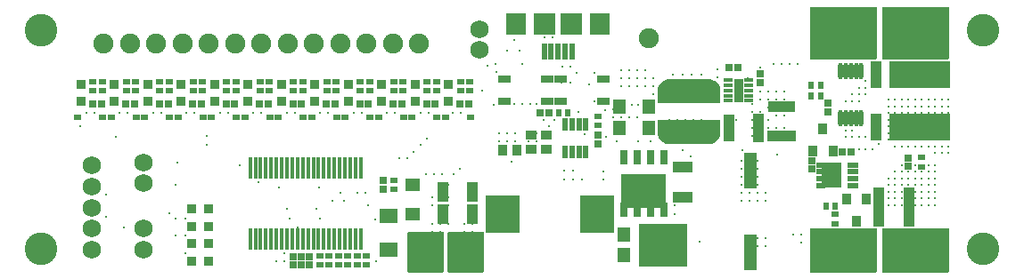
<source format=gts>
G04 Layer_Color=8388736*
%FSAX25Y25*%
%MOIN*%
G70*
G01*
G75*
%ADD39R,0.04528X0.05709*%
%ADD40R,0.18307X0.16339*%
%ADD55C,0.12205*%
%ADD58C,0.07480*%
%ADD99R,0.04143X0.03356*%
%ADD100R,0.03356X0.04143*%
%ADD101R,0.02402X0.04567*%
%ADD102R,0.04931X0.05403*%
%ADD103R,0.03750X0.03356*%
%ADD104R,0.02765X0.02372*%
%ADD105R,0.02569X0.02647*%
%ADD106R,0.02569X0.02372*%
%ADD107R,0.02647X0.02569*%
%ADD108R,0.05403X0.04931*%
%ADD109R,0.02372X0.02765*%
%ADD110R,0.04537X0.03159*%
%ADD111R,0.07293X0.04143*%
%ADD112R,0.03800X0.04200*%
%ADD113R,0.04340X0.07293*%
%ADD114R,0.03356X0.03750*%
%ADD115R,0.10443X0.04340*%
%ADD116R,0.10836X0.04340*%
%ADD117R,0.04340X0.10443*%
%ADD118R,0.04340X0.10836*%
%ADD119R,0.04537X0.13198*%
%ADD120O,0.01781X0.06112*%
%ADD121R,0.07096X0.05324*%
%ADD122R,0.04143X0.07293*%
G04:AMPARAMS|DCode=123|XSize=88.68mil|YSize=234.35mil|CornerRadius=44.34mil|HoleSize=0mil|Usage=FLASHONLY|Rotation=270.000|XOffset=0mil|YOffset=0mil|HoleType=Round|Shape=RoundedRectangle|*
%AMROUNDEDRECTD123*
21,1,0.08868,0.14567,0,0,270.0*
21,1,0.00000,0.23435,0,0,270.0*
1,1,0.08868,-0.07284,0.00000*
1,1,0.08868,-0.07284,0.00000*
1,1,0.08868,0.07284,0.00000*
1,1,0.08868,0.07284,0.00000*
%
%ADD123ROUNDEDRECTD123*%
%ADD124R,0.12900X0.14379*%
%ADD125R,0.03356X0.01781*%
%ADD126R,0.03750X0.08789*%
%ADD127O,0.01584X0.08080*%
%ADD128R,0.08100X0.08100*%
%ADD129R,0.07700X0.08100*%
%ADD130R,0.02000X0.06200*%
%ADD131R,0.22647X0.10206*%
%ADD132R,0.04104X0.10206*%
%ADD133R,0.02805X0.05301*%
%ADD134R,0.03592X0.02195*%
%ADD135R,0.04498X0.02195*%
%ADD136R,0.16600X0.13100*%
%ADD137R,0.07293X0.09261*%
%ADD138C,0.06900*%
%ADD139C,0.07490*%
%ADD140C,0.01200*%
G36*
X0836547Y0555297D02*
X0836593Y0555286D01*
X0836637Y0555268D01*
X0836677Y0555243D01*
X0836713Y0555213D01*
X0836744Y0555177D01*
X0836768Y0555137D01*
X0836786Y0555093D01*
X0836797Y0555047D01*
X0836801Y0555000D01*
Y0539000D01*
X0836797Y0538953D01*
X0836786Y0538907D01*
X0836768Y0538863D01*
X0836744Y0538823D01*
X0836713Y0538787D01*
X0836677Y0538757D01*
X0836637Y0538732D01*
X0836593Y0538714D01*
X0836547Y0538703D01*
X0836500Y0538699D01*
X0812000D01*
X0811953Y0538703D01*
X0811907Y0538714D01*
X0811863Y0538732D01*
X0811823Y0538757D01*
X0811787Y0538787D01*
X0811757Y0538823D01*
X0811732Y0538863D01*
X0811714Y0538907D01*
X0811703Y0538953D01*
X0811699Y0539000D01*
Y0555000D01*
X0811703Y0555047D01*
X0811714Y0555093D01*
X0811732Y0555137D01*
X0811757Y0555177D01*
X0811787Y0555213D01*
X0811823Y0555243D01*
X0811863Y0555268D01*
X0811907Y0555286D01*
X0811953Y0555297D01*
X0812000Y0555301D01*
X0836500D01*
X0836547Y0555297D01*
D02*
G37*
G36*
X0863547D02*
X0863593Y0555286D01*
X0863637Y0555268D01*
X0863677Y0555243D01*
X0863713Y0555213D01*
X0863743Y0555177D01*
X0863768Y0555137D01*
X0863786Y0555093D01*
X0863797Y0555047D01*
X0863801Y0555000D01*
Y0539000D01*
X0863797Y0538953D01*
X0863786Y0538907D01*
X0863768Y0538863D01*
X0863743Y0538823D01*
X0863713Y0538787D01*
X0863677Y0538757D01*
X0863637Y0538732D01*
X0863593Y0538714D01*
X0863547Y0538703D01*
X0863500Y0538699D01*
X0839000D01*
X0838953Y0538703D01*
X0838907Y0538714D01*
X0838863Y0538732D01*
X0838823Y0538757D01*
X0838787Y0538787D01*
X0838756Y0538823D01*
X0838732Y0538863D01*
X0838714Y0538907D01*
X0838703Y0538953D01*
X0838699Y0539000D01*
Y0555000D01*
X0838703Y0555047D01*
X0838714Y0555093D01*
X0838732Y0555137D01*
X0838756Y0555177D01*
X0838787Y0555213D01*
X0838823Y0555243D01*
X0838863Y0555268D01*
X0838907Y0555286D01*
X0838953Y0555297D01*
X0839000Y0555301D01*
X0863500D01*
X0863547Y0555297D01*
D02*
G37*
G36*
X0674547Y0553797D02*
X0674593Y0553786D01*
X0674637Y0553768D01*
X0674677Y0553744D01*
X0674713Y0553713D01*
X0674744Y0553677D01*
X0674768Y0553637D01*
X0674786Y0553593D01*
X0674797Y0553547D01*
X0674801Y0553500D01*
Y0539000D01*
X0674797Y0538953D01*
X0674786Y0538907D01*
X0674768Y0538863D01*
X0674744Y0538823D01*
X0674713Y0538787D01*
X0674677Y0538757D01*
X0674637Y0538732D01*
X0674593Y0538714D01*
X0674547Y0538703D01*
X0674500Y0538699D01*
X0661500D01*
X0661453Y0538703D01*
X0661407Y0538714D01*
X0661363Y0538732D01*
X0661323Y0538757D01*
X0661287Y0538787D01*
X0661257Y0538823D01*
X0661232Y0538863D01*
X0661214Y0538907D01*
X0661203Y0538953D01*
X0661199Y0539000D01*
Y0553500D01*
X0661203Y0553547D01*
X0661214Y0553593D01*
X0661232Y0553637D01*
X0661257Y0553677D01*
X0661287Y0553713D01*
X0661323Y0553744D01*
X0661363Y0553768D01*
X0661407Y0553786D01*
X0661453Y0553797D01*
X0661500Y0553801D01*
X0674500D01*
X0674547Y0553797D01*
D02*
G37*
G36*
X0689547D02*
X0689593Y0553786D01*
X0689637Y0553768D01*
X0689677Y0553744D01*
X0689713Y0553713D01*
X0689744Y0553677D01*
X0689768Y0553637D01*
X0689786Y0553593D01*
X0689797Y0553547D01*
X0689801Y0553500D01*
Y0539000D01*
X0689797Y0538953D01*
X0689786Y0538907D01*
X0689768Y0538863D01*
X0689744Y0538823D01*
X0689713Y0538787D01*
X0689677Y0538757D01*
X0689637Y0538732D01*
X0689593Y0538714D01*
X0689547Y0538703D01*
X0689500Y0538699D01*
X0676500D01*
X0676453Y0538703D01*
X0676407Y0538714D01*
X0676363Y0538732D01*
X0676323Y0538757D01*
X0676287Y0538787D01*
X0676257Y0538823D01*
X0676232Y0538863D01*
X0676214Y0538907D01*
X0676203Y0538953D01*
X0676199Y0539000D01*
Y0553500D01*
X0676203Y0553547D01*
X0676214Y0553593D01*
X0676232Y0553637D01*
X0676257Y0553677D01*
X0676287Y0553713D01*
X0676323Y0553744D01*
X0676363Y0553768D01*
X0676407Y0553786D01*
X0676453Y0553797D01*
X0676500Y0553801D01*
X0689500D01*
X0689547Y0553797D01*
D02*
G37*
G36*
X0836547Y0638297D02*
X0836593Y0638286D01*
X0836637Y0638268D01*
X0836677Y0638243D01*
X0836713Y0638213D01*
X0836744Y0638177D01*
X0836768Y0638137D01*
X0836786Y0638093D01*
X0836797Y0638047D01*
X0836801Y0638000D01*
X0836801Y0619000D01*
X0836797Y0618953D01*
X0836786Y0618907D01*
X0836768Y0618863D01*
X0836743Y0618823D01*
X0836713Y0618787D01*
X0836677Y0618756D01*
X0836637Y0618732D01*
X0836593Y0618714D01*
X0836547Y0618703D01*
X0836500Y0618699D01*
X0812000D01*
X0811953Y0618703D01*
X0811907Y0618714D01*
X0811863Y0618732D01*
X0811823Y0618756D01*
X0811787Y0618787D01*
X0811757Y0618823D01*
X0811732Y0618863D01*
X0811714Y0618907D01*
X0811703Y0618953D01*
X0811699Y0619000D01*
X0811699Y0638000D01*
X0811703Y0638047D01*
X0811714Y0638093D01*
X0811732Y0638137D01*
X0811757Y0638177D01*
X0811787Y0638213D01*
X0811823Y0638243D01*
X0811863Y0638268D01*
X0811907Y0638286D01*
X0811953Y0638297D01*
X0812000Y0638301D01*
X0836500D01*
X0836547Y0638297D01*
D02*
G37*
G36*
X0863547Y0638297D02*
X0863593Y0638286D01*
X0863637Y0638268D01*
X0863677Y0638243D01*
X0863713Y0638213D01*
X0863743Y0638177D01*
X0863768Y0638137D01*
X0863786Y0638093D01*
X0863797Y0638047D01*
X0863801Y0638000D01*
Y0619000D01*
X0863797Y0618953D01*
X0863786Y0618907D01*
X0863768Y0618863D01*
X0863743Y0618823D01*
X0863713Y0618787D01*
X0863677Y0618756D01*
X0863637Y0618732D01*
X0863593Y0618714D01*
X0863547Y0618703D01*
X0863500Y0618699D01*
X0839000D01*
X0838953Y0618703D01*
X0838907Y0618714D01*
X0838863Y0618732D01*
X0838823Y0618756D01*
X0838787Y0618787D01*
X0838756Y0618823D01*
X0838732Y0618863D01*
X0838714Y0618907D01*
X0838703Y0618953D01*
X0838699Y0619000D01*
Y0638000D01*
X0838703Y0638047D01*
X0838714Y0638093D01*
X0838732Y0638137D01*
X0838756Y0638177D01*
X0838787Y0638213D01*
X0838823Y0638243D01*
X0838863Y0638268D01*
X0838907Y0638286D01*
X0838953Y0638297D01*
X0839000Y0638301D01*
X0863500D01*
X0863547Y0638297D01*
D02*
G37*
G36*
X0777928Y0595757D02*
X0777964Y0595754D01*
X0778010Y0595743D01*
X0778010Y0595743D01*
X0778010D01*
X0778054Y0595725D01*
X0778087Y0595704D01*
X0778094Y0595700D01*
X0778094Y0595700D01*
X0778094Y0595700D01*
X0778118Y0595680D01*
X0778130Y0595670D01*
X0778130Y0595670D01*
X0778130Y0595670D01*
X0778140Y0595657D01*
X0778160Y0595634D01*
X0778160Y0595634D01*
X0778160Y0595634D01*
X0778164Y0595627D01*
X0778185Y0595593D01*
X0778203Y0595550D01*
Y0595550D01*
X0778203Y0595550D01*
X0778214Y0595504D01*
X0778217Y0595468D01*
X0778218Y0595457D01*
X0778218Y0591126D01*
X0778218Y0591125D01*
X0778218Y0591125D01*
X0778218Y0590738D01*
X0778218Y0590732D01*
X0778218Y0590726D01*
X0778216Y0590708D01*
X0778215Y0590691D01*
X0778213Y0590685D01*
X0778213Y0590679D01*
X0778061Y0589918D01*
X0778059Y0589913D01*
X0778059Y0589907D01*
X0778053Y0589890D01*
X0778048Y0589873D01*
X0778046Y0589867D01*
X0778044Y0589862D01*
X0777747Y0589146D01*
X0777744Y0589140D01*
X0777742Y0589135D01*
X0777734Y0589119D01*
X0777726Y0589103D01*
X0777722Y0589099D01*
X0777719Y0589093D01*
X0777288Y0588449D01*
X0777285Y0588444D01*
X0777282Y0588439D01*
X0777270Y0588426D01*
X0777259Y0588412D01*
X0777255Y0588408D01*
X0777251Y0588403D01*
X0776702Y0587855D01*
X0776698Y0587851D01*
X0776694Y0587847D01*
X0776680Y0587836D01*
X0776667Y0587824D01*
X0776661Y0587821D01*
X0776657Y0587817D01*
X0776012Y0587387D01*
X0776007Y0587384D01*
X0776002Y0587380D01*
X0775986Y0587372D01*
X0775971Y0587364D01*
X0775965Y0587361D01*
X0775960Y0587359D01*
X0775244Y0587062D01*
X0775238Y0587060D01*
X0775233Y0587058D01*
X0775215Y0587053D01*
X0775199Y0587047D01*
X0775193Y0587047D01*
X0775187Y0587045D01*
X0774427Y0586894D01*
X0774421Y0586893D01*
X0774415Y0586892D01*
X0774397Y0586890D01*
X0774380Y0586888D01*
X0774374Y0586888D01*
X0774368Y0586888D01*
X0773980D01*
X0759020Y0586888D01*
X0759019Y0586888D01*
X0758632Y0586888D01*
X0758626Y0586888D01*
X0758620Y0586888D01*
X0758603Y0586890D01*
X0758585Y0586892D01*
X0758579Y0586893D01*
X0758573Y0586894D01*
X0757813Y0587045D01*
X0757807Y0587047D01*
X0757801Y0587048D01*
X0757784Y0587053D01*
X0757767Y0587058D01*
X0757762Y0587060D01*
X0757756Y0587062D01*
X0757040Y0587359D01*
X0757034Y0587362D01*
X0757029Y0587364D01*
X0757014Y0587372D01*
X0756998Y0587381D01*
X0756993Y0587384D01*
X0756988Y0587387D01*
X0756343Y0587818D01*
X0756338Y0587821D01*
X0756333Y0587824D01*
X0756320Y0587836D01*
X0756306Y0587847D01*
X0756302Y0587851D01*
X0756297Y0587855D01*
X0755749Y0588404D01*
X0755745Y0588408D01*
X0755741Y0588412D01*
X0755730Y0588426D01*
X0755718Y0588439D01*
X0755715Y0588444D01*
X0755712Y0588449D01*
X0755281Y0589094D01*
X0755278Y0589099D01*
X0755274Y0589104D01*
X0755266Y0589120D01*
X0755258Y0589135D01*
X0755255Y0589141D01*
X0755253Y0589146D01*
X0754956Y0589862D01*
X0754954Y0589868D01*
X0754952Y0589873D01*
X0754947Y0589890D01*
X0754941Y0589907D01*
X0754940Y0589913D01*
X0754939Y0589919D01*
X0754787Y0590680D01*
X0754787Y0590685D01*
X0754785Y0590691D01*
X0754784Y0590709D01*
X0754782Y0590726D01*
X0754782Y0590732D01*
X0754782Y0590738D01*
X0754782Y0591126D01*
D01*
Y0591126D01*
X0754781Y0595457D01*
Y0595457D01*
D01*
X0754785Y0595504D01*
X0754796Y0595550D01*
X0754814Y0595593D01*
X0754829Y0595618D01*
X0754839Y0595634D01*
X0754870Y0595670D01*
X0754870D01*
Y0595670D01*
X0754906Y0595700D01*
X0754921Y0595710D01*
X0754946Y0595725D01*
X0754989Y0595743D01*
X0755035Y0595754D01*
X0755082Y0595758D01*
X0755082D01*
D01*
X0777917D01*
X0777928Y0595757D01*
D02*
G37*
G36*
X0773981Y0611112D02*
D01*
X0773981D01*
X0774368Y0611112D01*
X0774374Y0611111D01*
X0774380Y0611112D01*
X0774398Y0611109D01*
X0774415Y0611108D01*
X0774421Y0611107D01*
X0774427Y0611106D01*
X0775187Y0610955D01*
X0775193Y0610953D01*
X0775199Y0610952D01*
X0775216Y0610947D01*
X0775233Y0610942D01*
X0775238Y0610939D01*
X0775244Y0610938D01*
X0775960Y0610641D01*
X0775966Y0610638D01*
X0775971Y0610636D01*
X0775987Y0610627D01*
X0776002Y0610619D01*
X0776007Y0610616D01*
X0776012Y0610613D01*
X0776657Y0610182D01*
X0776662Y0610179D01*
X0776667Y0610175D01*
X0776680Y0610164D01*
X0776694Y0610153D01*
X0776698Y0610149D01*
X0776703Y0610145D01*
X0777251Y0609596D01*
X0777255Y0609592D01*
X0777259Y0609588D01*
X0777270Y0609574D01*
X0777282Y0609560D01*
X0777285Y0609555D01*
X0777288Y0609551D01*
X0777719Y0608906D01*
X0777722Y0608901D01*
X0777726Y0608896D01*
X0777734Y0608880D01*
X0777742Y0608865D01*
X0777744Y0608859D01*
X0777747Y0608854D01*
X0778044Y0608138D01*
X0778046Y0608132D01*
X0778048Y0608127D01*
X0778053Y0608110D01*
X0778058Y0608093D01*
X0778059Y0608087D01*
X0778061Y0608081D01*
X0778212Y0607321D01*
X0778213Y0607315D01*
X0778214Y0607309D01*
X0778216Y0607291D01*
X0778218Y0607274D01*
X0778218Y0607268D01*
X0778218Y0607262D01*
Y0606877D01*
X0778218Y0606877D01*
X0778218Y0606876D01*
Y0606875D01*
X0778218Y0606874D01*
X0778218Y0602543D01*
X0778214Y0602496D01*
X0778203Y0602450D01*
X0778185Y0602407D01*
X0778161Y0602366D01*
X0778130Y0602330D01*
X0778094Y0602300D01*
X0778054Y0602275D01*
X0778010Y0602257D01*
X0777964Y0602246D01*
X0777917Y0602242D01*
X0755083D01*
X0755083D01*
D01*
X0755036Y0602246D01*
X0754990Y0602257D01*
X0754972Y0602265D01*
X0754946Y0602275D01*
X0754906Y0602300D01*
X0754870Y0602330D01*
Y0602330D01*
X0754870D01*
X0754839Y0602366D01*
X0754814Y0602407D01*
X0754804Y0602432D01*
X0754797Y0602450D01*
X0754785Y0602496D01*
X0754782Y0602543D01*
Y0602543D01*
D01*
X0754782Y0606874D01*
X0754782Y0607262D01*
X0754782Y0607268D01*
X0754782Y0607273D01*
X0754784Y0607291D01*
X0754786Y0607309D01*
X0754787Y0607314D01*
X0754788Y0607320D01*
X0754939Y0608081D01*
X0754941Y0608087D01*
X0754942Y0608092D01*
X0754947Y0608109D01*
X0754952Y0608126D01*
X0754954Y0608132D01*
X0754956Y0608137D01*
X0755253Y0608854D01*
X0755256Y0608859D01*
X0755258Y0608865D01*
X0755266Y0608880D01*
X0755274Y0608896D01*
X0755278Y0608901D01*
X0755281Y0608906D01*
X0755711Y0609551D01*
X0755715Y0609555D01*
X0755718Y0609560D01*
X0755730Y0609574D01*
X0755741Y0609588D01*
X0755745Y0609592D01*
X0755749Y0609596D01*
X0756297Y0610145D01*
X0756302Y0610148D01*
X0756306Y0610153D01*
X0756320Y0610164D01*
X0756333Y0610175D01*
X0756338Y0610179D01*
X0756343Y0610182D01*
X0756988Y0610613D01*
X0756993Y0610616D01*
X0756997Y0610619D01*
X0757013Y0610627D01*
X0757029Y0610636D01*
X0757034Y0610638D01*
X0757040Y0610641D01*
X0757756Y0610938D01*
X0757762Y0610939D01*
X0757767Y0610942D01*
X0757784Y0610947D01*
X0757801Y0610952D01*
X0757807Y0610953D01*
X0757812Y0610955D01*
X0758573Y0611106D01*
X0758579Y0611107D01*
X0758585Y0611108D01*
X0758602Y0611110D01*
X0758620Y0611112D01*
X0758626Y0611111D01*
X0758632Y0611112D01*
X0759019Y0611112D01*
X0759020Y0611112D01*
X0773981Y0611112D01*
D02*
G37*
D39*
X0742173Y0545122D02*
D03*
Y0552878D02*
D03*
D40*
X0756937Y0549000D02*
D03*
D55*
X0876500Y0547500D02*
D03*
Y0629500D02*
D03*
X0524000D02*
D03*
Y0547500D02*
D03*
D58*
X0751415Y0626500D02*
D03*
D99*
X0707500Y0590256D02*
D03*
Y0584744D02*
D03*
X0713000Y0590256D02*
D03*
Y0584744D02*
D03*
D100*
X0702256Y0584500D02*
D03*
X0696744D02*
D03*
D101*
X0720161Y0594118D02*
D03*
Y0583882D02*
D03*
X0727839D02*
D03*
X0725280D02*
D03*
X0722720D02*
D03*
Y0594118D02*
D03*
X0725280D02*
D03*
X0727839D02*
D03*
D102*
X0751512Y0593000D02*
D03*
X0740488D02*
D03*
Y0601000D02*
D03*
X0751512D02*
D03*
D103*
X0676500Y0609150D02*
D03*
Y0602850D02*
D03*
X0664000Y0609150D02*
D03*
Y0602850D02*
D03*
X0651500Y0609150D02*
D03*
Y0602850D02*
D03*
X0639000Y0609150D02*
D03*
Y0602850D02*
D03*
X0626500Y0609150D02*
D03*
Y0602850D02*
D03*
X0614000Y0609150D02*
D03*
Y0602850D02*
D03*
X0601500Y0609150D02*
D03*
Y0602850D02*
D03*
X0589000Y0609150D02*
D03*
Y0602850D02*
D03*
X0576500Y0609150D02*
D03*
Y0602850D02*
D03*
X0564000Y0609150D02*
D03*
Y0602850D02*
D03*
X0551500Y0609150D02*
D03*
Y0602850D02*
D03*
X0539000Y0609150D02*
D03*
Y0602850D02*
D03*
D104*
X0681000Y0606728D02*
D03*
Y0610272D02*
D03*
X0668500Y0606728D02*
D03*
Y0610272D02*
D03*
X0656000Y0606728D02*
D03*
Y0610272D02*
D03*
X0643500Y0606728D02*
D03*
Y0610272D02*
D03*
X0631000Y0606728D02*
D03*
Y0610272D02*
D03*
X0618500Y0606728D02*
D03*
Y0610272D02*
D03*
X0606000Y0606728D02*
D03*
Y0610272D02*
D03*
X0593500Y0606728D02*
D03*
Y0610272D02*
D03*
X0581000Y0606728D02*
D03*
Y0610272D02*
D03*
X0568500Y0606728D02*
D03*
Y0610272D02*
D03*
X0556000Y0606728D02*
D03*
Y0610272D02*
D03*
X0543500Y0606728D02*
D03*
Y0610272D02*
D03*
X0547000Y0606728D02*
D03*
Y0610272D02*
D03*
X0559500Y0606728D02*
D03*
Y0610272D02*
D03*
X0572000Y0606728D02*
D03*
Y0610272D02*
D03*
X0584500Y0606728D02*
D03*
Y0610272D02*
D03*
X0597000Y0606728D02*
D03*
Y0610272D02*
D03*
X0609500Y0606728D02*
D03*
Y0610272D02*
D03*
X0622000Y0606728D02*
D03*
Y0610272D02*
D03*
X0634500Y0606728D02*
D03*
Y0610272D02*
D03*
X0647000Y0606728D02*
D03*
Y0610272D02*
D03*
X0659500Y0606728D02*
D03*
Y0610272D02*
D03*
X0672000Y0606728D02*
D03*
Y0610272D02*
D03*
X0684500Y0606728D02*
D03*
Y0610272D02*
D03*
X0638886Y0544944D02*
D03*
Y0541401D02*
D03*
X0642386Y0544944D02*
D03*
Y0541401D02*
D03*
X0645860Y0544944D02*
D03*
Y0541401D02*
D03*
X0656000Y0569728D02*
D03*
Y0573272D02*
D03*
X0635389Y0541401D02*
D03*
Y0544944D02*
D03*
X0628386Y0541401D02*
D03*
Y0544944D02*
D03*
X0631886Y0541401D02*
D03*
Y0544944D02*
D03*
X0732500Y0593728D02*
D03*
Y0597272D02*
D03*
X0853500Y0578228D02*
D03*
Y0581772D02*
D03*
X0821000Y0560472D02*
D03*
Y0556928D02*
D03*
D105*
X0543386Y0602000D02*
D03*
X0546614D02*
D03*
X0555886D02*
D03*
X0559114D02*
D03*
X0568386D02*
D03*
X0571614D02*
D03*
X0580811D02*
D03*
X0584039D02*
D03*
X0593311D02*
D03*
X0596539D02*
D03*
X0605811D02*
D03*
X0609039D02*
D03*
X0618311D02*
D03*
X0621539D02*
D03*
X0630811D02*
D03*
X0634039D02*
D03*
X0643311D02*
D03*
X0646539D02*
D03*
X0655811D02*
D03*
X0659039D02*
D03*
X0668311D02*
D03*
X0671539D02*
D03*
X0680811D02*
D03*
X0684039D02*
D03*
X0781386Y0615500D02*
D03*
X0784614D02*
D03*
X0710886Y0598500D02*
D03*
X0714114D02*
D03*
X0827114Y0584000D02*
D03*
X0823886D02*
D03*
D106*
X0537874Y0597000D02*
D03*
X0547126D02*
D03*
X0550374D02*
D03*
X0559626D02*
D03*
X0562874D02*
D03*
X0572126D02*
D03*
X0575374D02*
D03*
X0584626D02*
D03*
X0587874D02*
D03*
X0597126D02*
D03*
X0600374D02*
D03*
X0609626D02*
D03*
X0612874D02*
D03*
X0622126D02*
D03*
X0625374D02*
D03*
X0634626D02*
D03*
X0637874D02*
D03*
X0647126D02*
D03*
X0650374D02*
D03*
X0659626D02*
D03*
X0662874D02*
D03*
X0672126D02*
D03*
X0675374D02*
D03*
X0684626D02*
D03*
D107*
X0793000Y0609886D02*
D03*
Y0613114D02*
D03*
X0618500Y0541386D02*
D03*
Y0544614D02*
D03*
X0652000Y0569886D02*
D03*
Y0573114D02*
D03*
X0624500Y0541386D02*
D03*
Y0544614D02*
D03*
X0621500Y0541386D02*
D03*
Y0544614D02*
D03*
X0818500Y0602114D02*
D03*
Y0598886D02*
D03*
X0732500Y0586886D02*
D03*
Y0590114D02*
D03*
X0812500Y0580614D02*
D03*
Y0577386D02*
D03*
X0848500Y0581614D02*
D03*
Y0578386D02*
D03*
D108*
X0663000Y0560488D02*
D03*
Y0571512D02*
D03*
D109*
X0721272Y0598500D02*
D03*
X0717728D02*
D03*
X0812228Y0609000D02*
D03*
X0815772D02*
D03*
X0812228Y0605000D02*
D03*
X0815772D02*
D03*
X0821272Y0563500D02*
D03*
X0817728D02*
D03*
D110*
X0697429Y0611134D02*
D03*
Y0602866D02*
D03*
X0713571Y0611134D02*
D03*
Y0602866D02*
D03*
X0734571D02*
D03*
Y0611134D02*
D03*
X0718429Y0602866D02*
D03*
Y0611134D02*
D03*
D111*
X0764100Y0566791D02*
D03*
Y0578209D02*
D03*
D112*
X0829200Y0557900D02*
D03*
X0825400Y0566237D02*
D03*
X0832940D02*
D03*
X0816500Y0592700D02*
D03*
X0820300Y0584363D02*
D03*
X0812760D02*
D03*
D113*
X0685512Y0560500D02*
D03*
X0674488D02*
D03*
X0685512Y0569000D02*
D03*
X0674488D02*
D03*
D114*
X0586650Y0562500D02*
D03*
X0580350D02*
D03*
X0586650Y0543000D02*
D03*
X0580350D02*
D03*
X0586650Y0549500D02*
D03*
X0580350D02*
D03*
X0586650Y0556000D02*
D03*
X0580350D02*
D03*
D115*
X0801000Y0601012D02*
D03*
D116*
Y0589988D02*
D03*
D117*
X0781488Y0593000D02*
D03*
D118*
X0792512D02*
D03*
D119*
X0789500Y0576854D02*
D03*
Y0546146D02*
D03*
D120*
X0823063Y0596642D02*
D03*
X0825031D02*
D03*
X0827000D02*
D03*
X0828969D02*
D03*
X0830937D02*
D03*
X0823063Y0614358D02*
D03*
X0825031D02*
D03*
X0827000D02*
D03*
X0828969D02*
D03*
X0830937D02*
D03*
D121*
X0654000Y0547201D02*
D03*
Y0559799D02*
D03*
D122*
X0848709Y0567000D02*
D03*
X0837291D02*
D03*
Y0559500D02*
D03*
X0848709D02*
D03*
D123*
X0766500Y0591323D02*
D03*
Y0606677D02*
D03*
D124*
X0696900Y0560500D02*
D03*
X0732100D02*
D03*
D125*
X0788898Y0605031D02*
D03*
Y0607000D02*
D03*
Y0608968D02*
D03*
Y0610937D02*
D03*
X0781102D02*
D03*
Y0608968D02*
D03*
Y0607000D02*
D03*
Y0605031D02*
D03*
Y0603063D02*
D03*
X0788898D02*
D03*
D126*
X0785000Y0607000D02*
D03*
D127*
X0643669Y0577787D02*
D03*
X0641701D02*
D03*
X0639732D02*
D03*
X0637764D02*
D03*
X0635795D02*
D03*
X0633827D02*
D03*
X0631858D02*
D03*
X0629890D02*
D03*
X0627921D02*
D03*
X0625953D02*
D03*
X0623984D02*
D03*
X0622016D02*
D03*
X0620047D02*
D03*
X0618079D02*
D03*
X0616110D02*
D03*
X0614142D02*
D03*
X0612173D02*
D03*
X0610205D02*
D03*
X0608236D02*
D03*
X0606268D02*
D03*
X0604299D02*
D03*
X0602331D02*
D03*
X0643669Y0551213D02*
D03*
X0641701D02*
D03*
X0639732D02*
D03*
X0637764D02*
D03*
X0635795D02*
D03*
X0633827D02*
D03*
X0631858D02*
D03*
X0629890D02*
D03*
X0627921D02*
D03*
X0625953D02*
D03*
X0623984D02*
D03*
X0622016D02*
D03*
X0620047D02*
D03*
X0618079D02*
D03*
X0616110D02*
D03*
X0614142D02*
D03*
X0612173D02*
D03*
X0610205D02*
D03*
X0608236D02*
D03*
X0606268D02*
D03*
X0604299D02*
D03*
X0602331D02*
D03*
D128*
X0712500Y0632000D02*
D03*
X0722500D02*
D03*
D129*
X0701700D02*
D03*
X0733248D02*
D03*
D130*
X0714900Y0621500D02*
D03*
X0717500D02*
D03*
X0720059D02*
D03*
X0712300D02*
D03*
X0722618D02*
D03*
D131*
X0852804Y0612764D02*
D03*
Y0593236D02*
D03*
D132*
X0836524D02*
D03*
Y0612764D02*
D03*
D133*
X0742000Y0562049D02*
D03*
X0747000D02*
D03*
X0752000D02*
D03*
X0757000D02*
D03*
X0742000Y0581951D02*
D03*
X0747000D02*
D03*
X0752000D02*
D03*
X0757000D02*
D03*
D134*
X0815898Y0578998D02*
D03*
Y0576399D02*
D03*
Y0573801D02*
D03*
Y0571202D02*
D03*
D135*
X0827650Y0578998D02*
D03*
Y0576399D02*
D03*
Y0573801D02*
D03*
Y0571202D02*
D03*
D136*
X0749500Y0569250D02*
D03*
D137*
X0819835Y0575100D02*
D03*
D138*
X0688000Y0629937D02*
D03*
Y0622063D02*
D03*
X0562500Y0579937D02*
D03*
Y0572063D02*
D03*
Y0555237D02*
D03*
Y0547363D02*
D03*
X0543000Y0578748D02*
D03*
Y0570874D02*
D03*
Y0563000D02*
D03*
Y0555100D02*
D03*
Y0547200D02*
D03*
D139*
X0665555Y0624500D02*
D03*
X0655713D02*
D03*
X0645870D02*
D03*
X0636028D02*
D03*
X0626185D02*
D03*
X0616342D02*
D03*
X0606500D02*
D03*
X0596658D02*
D03*
X0586815D02*
D03*
X0576972D02*
D03*
X0567130D02*
D03*
X0557287D02*
D03*
X0547445D02*
D03*
D140*
X0685500Y0544000D02*
D03*
X0682500D02*
D03*
X0715500Y0627000D02*
D03*
X0701500Y0588000D02*
D03*
X0698500D02*
D03*
X0695500D02*
D03*
X0709500D02*
D03*
X0706500D02*
D03*
X0709500Y0591000D02*
D03*
X0706500D02*
D03*
X0695500D02*
D03*
X0698500D02*
D03*
X0701500D02*
D03*
X0727500Y0590500D02*
D03*
X0725000Y0599000D02*
D03*
X0729000Y0609272D02*
D03*
X0735500Y0589500D02*
D03*
X0712000Y0595876D02*
D03*
X0712500Y0627000D02*
D03*
X0713905Y0611742D02*
D03*
X0825000Y0589500D02*
D03*
Y0592000D02*
D03*
Y0603000D02*
D03*
X0830000D02*
D03*
X0827500D02*
D03*
X0832500Y0610500D02*
D03*
X0830000Y0608000D02*
D03*
X0832500D02*
D03*
Y0605500D02*
D03*
X0830000D02*
D03*
X0827500D02*
D03*
X0832500Y0589500D02*
D03*
X0830000D02*
D03*
X0827500D02*
D03*
Y0592000D02*
D03*
X0832500Y0585000D02*
D03*
X0835000D02*
D03*
X0830000D02*
D03*
X0813000Y0552000D02*
D03*
X0808500Y0550000D02*
D03*
Y0553000D02*
D03*
X0805500D02*
D03*
X0835500Y0637000D02*
D03*
X0833000D02*
D03*
X0830500D02*
D03*
X0828000D02*
D03*
X0825500D02*
D03*
X0823000D02*
D03*
X0820500D02*
D03*
X0818000D02*
D03*
X0815500D02*
D03*
X0813000D02*
D03*
Y0619500D02*
D03*
X0815500D02*
D03*
X0818000D02*
D03*
X0820500D02*
D03*
X0823000D02*
D03*
X0825500D02*
D03*
X0828000D02*
D03*
X0830500D02*
D03*
X0833000D02*
D03*
X0835500D02*
D03*
X0813000Y0622000D02*
D03*
X0815500D02*
D03*
X0818000D02*
D03*
X0820500D02*
D03*
X0823000D02*
D03*
X0825500D02*
D03*
X0828000D02*
D03*
X0830500D02*
D03*
X0833000D02*
D03*
X0835500D02*
D03*
X0813000Y0624500D02*
D03*
X0815500D02*
D03*
X0818000D02*
D03*
X0820500D02*
D03*
X0823000D02*
D03*
X0825500D02*
D03*
X0828000D02*
D03*
X0830500D02*
D03*
X0833000D02*
D03*
X0835500D02*
D03*
X0813000Y0627000D02*
D03*
X0815500D02*
D03*
X0818000D02*
D03*
X0820500D02*
D03*
X0823000D02*
D03*
X0825500D02*
D03*
X0828000D02*
D03*
X0830500D02*
D03*
X0833000D02*
D03*
X0835500D02*
D03*
X0813000Y0629500D02*
D03*
X0815500D02*
D03*
X0818000D02*
D03*
X0820500D02*
D03*
X0823000D02*
D03*
X0825500D02*
D03*
X0828000D02*
D03*
X0830500D02*
D03*
X0833000D02*
D03*
X0835500D02*
D03*
X0813000Y0632000D02*
D03*
X0815500D02*
D03*
X0818000D02*
D03*
X0820500D02*
D03*
X0823000D02*
D03*
X0825500D02*
D03*
X0828000D02*
D03*
X0830500D02*
D03*
X0833000D02*
D03*
X0835500D02*
D03*
Y0634500D02*
D03*
X0833000D02*
D03*
X0830500D02*
D03*
X0828000D02*
D03*
X0825500D02*
D03*
X0823000D02*
D03*
X0820500D02*
D03*
X0818000D02*
D03*
X0815500D02*
D03*
X0813000D02*
D03*
X0807000Y0617000D02*
D03*
X0786000Y0580500D02*
D03*
X0858500Y0583500D02*
D03*
X0761000Y0564000D02*
D03*
Y0560500D02*
D03*
X0841000Y0574000D02*
D03*
X0739500Y0588000D02*
D03*
X0649000Y0558500D02*
D03*
X0841000Y0569000D02*
D03*
Y0571500D02*
D03*
Y0566500D02*
D03*
X0843500Y0569000D02*
D03*
Y0571500D02*
D03*
X0586551Y0549500D02*
D03*
X0578000Y0559000D02*
D03*
X0574500D02*
D03*
X0572000Y0561000D02*
D03*
X0574500Y0571500D02*
D03*
X0578000Y0552500D02*
D03*
X0655000Y0549000D02*
D03*
X0652000D02*
D03*
X0578000Y0546000D02*
D03*
X0586500Y0562500D02*
D03*
Y0556000D02*
D03*
X0552000Y0589500D02*
D03*
X0760500Y0613000D02*
D03*
X0764000D02*
D03*
X0767500D02*
D03*
X0771000D02*
D03*
X0764000Y0584500D02*
D03*
X0747500Y0588000D02*
D03*
X0752000D02*
D03*
X0767000Y0582272D02*
D03*
X0747000Y0597000D02*
D03*
X0777000Y0615000D02*
D03*
X0750000Y0614500D02*
D03*
X0770500Y0550228D02*
D03*
X0771000Y0596000D02*
D03*
X0768000D02*
D03*
X0837600Y0586833D02*
D03*
X0853500Y0581772D02*
D03*
X0777000Y0612000D02*
D03*
X0704000Y0617000D02*
D03*
X0636228Y0568500D02*
D03*
X0646500Y0564000D02*
D03*
X0628272Y0570500D02*
D03*
X0642500Y0568500D02*
D03*
X0645500D02*
D03*
X0621772Y0545000D02*
D03*
X0835500Y0542000D02*
D03*
Y0544500D02*
D03*
Y0547000D02*
D03*
Y0549500D02*
D03*
Y0552000D02*
D03*
X0820500D02*
D03*
Y0549500D02*
D03*
Y0547000D02*
D03*
Y0544500D02*
D03*
X0818000D02*
D03*
Y0547000D02*
D03*
Y0549500D02*
D03*
Y0552000D02*
D03*
X0815500D02*
D03*
Y0549500D02*
D03*
Y0547000D02*
D03*
Y0544500D02*
D03*
X0813000D02*
D03*
Y0547000D02*
D03*
Y0549500D02*
D03*
Y0542000D02*
D03*
X0815500D02*
D03*
X0818000D02*
D03*
X0820500D02*
D03*
X0833000Y0552000D02*
D03*
Y0549500D02*
D03*
Y0547000D02*
D03*
Y0544500D02*
D03*
X0830500D02*
D03*
Y0547000D02*
D03*
Y0549500D02*
D03*
Y0552000D02*
D03*
X0828000D02*
D03*
Y0549500D02*
D03*
Y0547000D02*
D03*
Y0544500D02*
D03*
X0825500D02*
D03*
Y0547000D02*
D03*
Y0552000D02*
D03*
X0823000D02*
D03*
Y0549500D02*
D03*
Y0547000D02*
D03*
Y0544500D02*
D03*
X0825500Y0549500D02*
D03*
X0823000Y0542000D02*
D03*
X0825500D02*
D03*
X0828000D02*
D03*
X0830500D02*
D03*
X0833000D02*
D03*
X0786500Y0584500D02*
D03*
X0586500Y0543000D02*
D03*
X0598500Y0579000D02*
D03*
X0586000Y0590000D02*
D03*
X0538728Y0593500D02*
D03*
X0538110Y0597000D02*
D03*
X0643500Y0610272D02*
D03*
X0631000D02*
D03*
X0666000Y0598500D02*
D03*
X0653500D02*
D03*
X0641000D02*
D03*
X0669000D02*
D03*
X0656500D02*
D03*
X0644000D02*
D03*
X0668500Y0610272D02*
D03*
X0656000D02*
D03*
X0588000Y0603000D02*
D03*
X0675500D02*
D03*
X0663000D02*
D03*
X0650500D02*
D03*
X0638000D02*
D03*
X0625500D02*
D03*
X0613000D02*
D03*
X0600500D02*
D03*
X0575500D02*
D03*
X0563000D02*
D03*
X0550500D02*
D03*
X0538000D02*
D03*
X0618500Y0610272D02*
D03*
X0606000D02*
D03*
X0593500D02*
D03*
X0581000D02*
D03*
X0568500D02*
D03*
X0556000D02*
D03*
X0543500D02*
D03*
X0628500Y0598500D02*
D03*
X0616000D02*
D03*
X0603500D02*
D03*
X0591000D02*
D03*
X0578500D02*
D03*
X0566000D02*
D03*
X0553500D02*
D03*
X0541000D02*
D03*
X0631500D02*
D03*
X0619000D02*
D03*
X0606500D02*
D03*
X0594000D02*
D03*
X0581500D02*
D03*
X0569000D02*
D03*
X0556500D02*
D03*
X0544000D02*
D03*
X0723000Y0623500D02*
D03*
X0555000Y0555500D02*
D03*
X0745000Y0601500D02*
D03*
X0738000Y0600000D02*
D03*
X0747500Y0601500D02*
D03*
X0846000Y0579000D02*
D03*
X0843500Y0576500D02*
D03*
X0858500Y0564000D02*
D03*
X0856000D02*
D03*
X0853500D02*
D03*
X0851000D02*
D03*
X0848500D02*
D03*
X0846000D02*
D03*
X0843500D02*
D03*
X0851000Y0576500D02*
D03*
X0846000Y0574000D02*
D03*
X0851000Y0571500D02*
D03*
X0843500Y0566500D02*
D03*
Y0574000D02*
D03*
X0846000Y0576500D02*
D03*
Y0571500D02*
D03*
Y0569000D02*
D03*
Y0566500D02*
D03*
X0848500D02*
D03*
Y0569000D02*
D03*
Y0571500D02*
D03*
Y0574000D02*
D03*
Y0576500D02*
D03*
Y0579000D02*
D03*
X0851000D02*
D03*
Y0574000D02*
D03*
Y0569000D02*
D03*
Y0566500D02*
D03*
X0853500D02*
D03*
Y0569000D02*
D03*
Y0571500D02*
D03*
Y0574000D02*
D03*
Y0576500D02*
D03*
Y0579000D02*
D03*
X0856000D02*
D03*
Y0576500D02*
D03*
Y0574000D02*
D03*
Y0571500D02*
D03*
Y0569000D02*
D03*
Y0566500D02*
D03*
X0858500D02*
D03*
Y0569000D02*
D03*
Y0571500D02*
D03*
Y0574000D02*
D03*
Y0576500D02*
D03*
Y0579000D02*
D03*
X0841000Y0564000D02*
D03*
X0753000Y0605500D02*
D03*
Y0608500D02*
D03*
Y0611500D02*
D03*
X0719886Y0573500D02*
D03*
Y0577000D02*
D03*
X0723114Y0573500D02*
D03*
Y0577000D02*
D03*
X0628500Y0559000D02*
D03*
X0616272Y0562500D02*
D03*
X0617000Y0559000D02*
D03*
X0802000Y0593000D02*
D03*
X0799000D02*
D03*
X0796000D02*
D03*
Y0596000D02*
D03*
X0793000Y0599000D02*
D03*
X0790000D02*
D03*
X0793000Y0590000D02*
D03*
X0790000D02*
D03*
X0793000Y0593000D02*
D03*
X0790000D02*
D03*
X0863500Y0586000D02*
D03*
X0861000D02*
D03*
X0858500D02*
D03*
X0856000D02*
D03*
X0853500D02*
D03*
X0856000Y0598500D02*
D03*
Y0593500D02*
D03*
X0853500Y0588500D02*
D03*
Y0591000D02*
D03*
Y0593500D02*
D03*
Y0596000D02*
D03*
Y0598500D02*
D03*
Y0601000D02*
D03*
X0856000D02*
D03*
Y0596000D02*
D03*
Y0591000D02*
D03*
Y0588500D02*
D03*
X0858500D02*
D03*
Y0591000D02*
D03*
Y0593500D02*
D03*
Y0596000D02*
D03*
Y0598500D02*
D03*
Y0601000D02*
D03*
X0861000D02*
D03*
Y0598500D02*
D03*
Y0596000D02*
D03*
Y0593500D02*
D03*
Y0591000D02*
D03*
Y0588500D02*
D03*
X0863500D02*
D03*
Y0591000D02*
D03*
Y0593500D02*
D03*
Y0596000D02*
D03*
Y0598500D02*
D03*
Y0601000D02*
D03*
X0851000Y0586000D02*
D03*
X0848500D02*
D03*
X0846000D02*
D03*
X0843500D02*
D03*
Y0598500D02*
D03*
Y0593500D02*
D03*
X0841000Y0588500D02*
D03*
Y0591000D02*
D03*
Y0593500D02*
D03*
Y0596000D02*
D03*
Y0598500D02*
D03*
Y0601000D02*
D03*
X0843500D02*
D03*
Y0596000D02*
D03*
Y0591000D02*
D03*
Y0588500D02*
D03*
X0846000D02*
D03*
Y0591000D02*
D03*
Y0593500D02*
D03*
Y0596000D02*
D03*
Y0598500D02*
D03*
Y0601000D02*
D03*
X0848500D02*
D03*
Y0598500D02*
D03*
Y0596000D02*
D03*
Y0593500D02*
D03*
Y0591000D02*
D03*
Y0588500D02*
D03*
X0851000D02*
D03*
Y0591000D02*
D03*
Y0593500D02*
D03*
Y0596000D02*
D03*
Y0598500D02*
D03*
Y0601000D02*
D03*
Y0603500D02*
D03*
X0848500D02*
D03*
X0846000D02*
D03*
X0843500D02*
D03*
X0841000D02*
D03*
X0863500D02*
D03*
X0861000D02*
D03*
X0858500D02*
D03*
X0856000D02*
D03*
X0853500D02*
D03*
X0863500Y0583500D02*
D03*
X0861000D02*
D03*
X0802000Y0597500D02*
D03*
X0799000D02*
D03*
X0796000Y0603500D02*
D03*
X0793000D02*
D03*
Y0606500D02*
D03*
X0796000Y0600500D02*
D03*
Y0606500D02*
D03*
X0799000Y0600500D02*
D03*
X0802000D02*
D03*
Y0603500D02*
D03*
X0799000D02*
D03*
Y0606500D02*
D03*
X0802000D02*
D03*
X0620047Y0555451D02*
D03*
X0637387Y0565613D02*
D03*
X0718886Y0610000D02*
D03*
X0722114D02*
D03*
X0716000Y0596000D02*
D03*
X0714000Y0593500D02*
D03*
X0704000Y0602000D02*
D03*
X0701000D02*
D03*
X0709600D02*
D03*
X0712500D02*
D03*
X0793000Y0613000D02*
D03*
X0788500Y0611500D02*
D03*
X0720000Y0621500D02*
D03*
X0793000Y0596000D02*
D03*
X0790000D02*
D03*
X0781000D02*
D03*
X0784000D02*
D03*
X0744000Y0597000D02*
D03*
X0741000D02*
D03*
X0738000D02*
D03*
X0756000Y0593000D02*
D03*
X0759000Y0596000D02*
D03*
Y0593000D02*
D03*
X0762000Y0596000D02*
D03*
Y0593000D02*
D03*
X0765000Y0596000D02*
D03*
X0747000Y0614500D02*
D03*
X0744000D02*
D03*
X0741000D02*
D03*
X0744000Y0611500D02*
D03*
X0747000D02*
D03*
X0750000D02*
D03*
Y0608500D02*
D03*
X0747000D02*
D03*
X0744000D02*
D03*
X0765000Y0593000D02*
D03*
X0768000D02*
D03*
X0741000Y0600000D02*
D03*
X0731000Y0603000D02*
D03*
X0707000Y0602000D02*
D03*
X0699995Y0580181D02*
D03*
X0548500Y0567728D02*
D03*
Y0559531D02*
D03*
X0731000Y0613500D02*
D03*
X0714114Y0598500D02*
D03*
X0717500Y0619000D02*
D03*
X0722000Y0616000D02*
D03*
X0719000D02*
D03*
X0693500Y0601500D02*
D03*
X0724500Y0613500D02*
D03*
X0613000Y0570500D02*
D03*
X0626968Y0562500D02*
D03*
X0633272Y0565500D02*
D03*
X0735000Y0599500D02*
D03*
X0756000Y0590000D02*
D03*
X0726500Y0573500D02*
D03*
X0586000Y0586500D02*
D03*
X0605283Y0572565D02*
D03*
X0670500Y0564000D02*
D03*
X0722500Y0630500D02*
D03*
X0723000Y0621000D02*
D03*
X0689114Y0607000D02*
D03*
X0789000Y0551500D02*
D03*
X0792000D02*
D03*
X0795000D02*
D03*
Y0548500D02*
D03*
X0792000D02*
D03*
X0789000D02*
D03*
X0853000Y0632000D02*
D03*
X0850500D02*
D03*
Y0629500D02*
D03*
X0853000D02*
D03*
X0855500D02*
D03*
Y0632000D02*
D03*
Y0634500D02*
D03*
X0853000D02*
D03*
X0850500D02*
D03*
X0802000Y0589988D02*
D03*
X0790000Y0602000D02*
D03*
X0699272Y0633000D02*
D03*
X0793000Y0615500D02*
D03*
X0801000Y0617000D02*
D03*
X0798000D02*
D03*
X0804000D02*
D03*
X0691000Y0616272D02*
D03*
X0786000Y0574500D02*
D03*
Y0568500D02*
D03*
Y0577500D02*
D03*
Y0571500D02*
D03*
Y0565500D02*
D03*
X0789000Y0580500D02*
D03*
X0792000D02*
D03*
Y0577500D02*
D03*
X0789000D02*
D03*
Y0574500D02*
D03*
X0792000D02*
D03*
Y0571500D02*
D03*
X0789000D02*
D03*
Y0568500D02*
D03*
X0792000D02*
D03*
X0795000D02*
D03*
Y0565500D02*
D03*
X0792000D02*
D03*
X0789000D02*
D03*
X0799500Y0583000D02*
D03*
X0734500Y0573500D02*
D03*
X0734500Y0576468D02*
D03*
X0649500Y0543000D02*
D03*
X0618500Y0544968D02*
D03*
X0574500Y0552500D02*
D03*
X0575000Y0580000D02*
D03*
X0840500Y0544500D02*
D03*
Y0547000D02*
D03*
Y0552000D02*
D03*
Y0549500D02*
D03*
Y0542000D02*
D03*
X0863000D02*
D03*
X0860500D02*
D03*
X0858000D02*
D03*
X0855500D02*
D03*
X0853000D02*
D03*
X0855500Y0549500D02*
D03*
X0853000Y0544500D02*
D03*
Y0547000D02*
D03*
Y0549500D02*
D03*
Y0552000D02*
D03*
X0855500D02*
D03*
Y0547000D02*
D03*
Y0544500D02*
D03*
X0858000D02*
D03*
Y0547000D02*
D03*
Y0549500D02*
D03*
Y0552000D02*
D03*
X0860500D02*
D03*
Y0549500D02*
D03*
Y0547000D02*
D03*
Y0544500D02*
D03*
X0863000D02*
D03*
Y0547000D02*
D03*
Y0549500D02*
D03*
Y0552000D02*
D03*
X0850500Y0542000D02*
D03*
X0848000D02*
D03*
X0845500D02*
D03*
X0843000D02*
D03*
Y0549500D02*
D03*
Y0552000D02*
D03*
Y0547000D02*
D03*
Y0544500D02*
D03*
X0845500D02*
D03*
Y0547000D02*
D03*
Y0549500D02*
D03*
Y0552000D02*
D03*
X0848000D02*
D03*
Y0549500D02*
D03*
Y0547000D02*
D03*
Y0544500D02*
D03*
X0850500D02*
D03*
Y0547000D02*
D03*
Y0549500D02*
D03*
Y0552000D02*
D03*
X0741000Y0611500D02*
D03*
Y0608500D02*
D03*
X0694031Y0617000D02*
D03*
X0694500Y0614000D02*
D03*
X0701000Y0626000D02*
D03*
X0698500Y0622000D02*
D03*
X0703000D02*
D03*
X0658000Y0581500D02*
D03*
X0663500Y0584000D02*
D03*
X0668500Y0589000D02*
D03*
X0666000Y0586500D02*
D03*
X0661000Y0581500D02*
D03*
X0678500Y0575500D02*
D03*
X0674000D02*
D03*
X0671000D02*
D03*
X0668000D02*
D03*
X0670500Y0567000D02*
D03*
X0673500Y0564000D02*
D03*
Y0567000D02*
D03*
X0676500Y0564000D02*
D03*
X0670500Y0557000D02*
D03*
X0673500D02*
D03*
X0670500Y0554000D02*
D03*
X0673500D02*
D03*
X0676500Y0557000D02*
D03*
X0664500Y0544000D02*
D03*
X0667500D02*
D03*
X0670500D02*
D03*
X0673500D02*
D03*
Y0547000D02*
D03*
X0670500D02*
D03*
X0667500D02*
D03*
X0664500D02*
D03*
X0682500Y0554000D02*
D03*
Y0557000D02*
D03*
X0685500D02*
D03*
Y0554000D02*
D03*
X0681000Y0610272D02*
D03*
X0678000Y0598500D02*
D03*
X0681000D02*
D03*
X0676500Y0571500D02*
D03*
Y0567000D02*
D03*
X0680673Y0577600D02*
D03*
X0638886Y0541401D02*
D03*
X0615000Y0543000D02*
D03*
Y0546000D02*
D03*
X0612000Y0543000D02*
D03*
M02*

</source>
